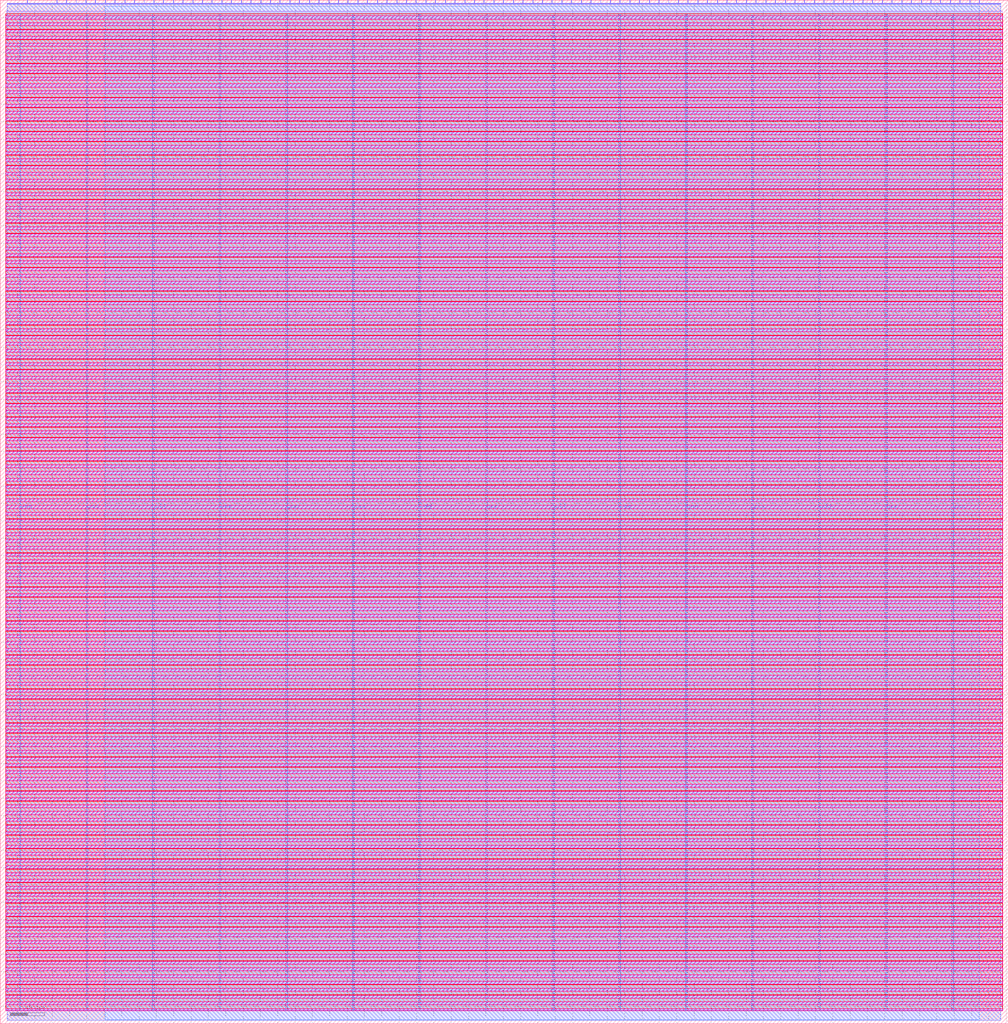
<source format=lef>
VERSION 5.7 ;
  NOWIREEXTENSIONATPIN ON ;
  DIVIDERCHAR "/" ;
  BUSBITCHARS "[]" ;
MACRO user_proj_cpu
  CLASS BLOCK ;
  FOREIGN user_proj_cpu ;
  ORIGIN 0.000 0.000 ;
  SIZE 1162.320 BY 1180.240 ;
  PIN io_in[0]
    DIRECTION INPUT ;
    USE SIGNAL ;
    ANTENNAGATEAREA 0.498500 ;
    ANTENNADIFFAREA 0.410400 ;
    PORT
      LAYER Metal2 ;
        RECT 781.760 1176.240 782.320 1180.240 ;
    END
  END io_in[0]
  PIN io_in[10]
    DIRECTION INPUT ;
    USE SIGNAL ;
    ANTENNAGATEAREA 0.741000 ;
    ANTENNADIFFAREA 0.410400 ;
    PORT
      LAYER Metal2 ;
        RECT 893.760 1176.240 894.320 1180.240 ;
    END
  END io_in[10]
  PIN io_in[11]
    DIRECTION INPUT ;
    USE SIGNAL ;
    ANTENNAGATEAREA 0.741000 ;
    ANTENNADIFFAREA 0.410400 ;
    PORT
      LAYER Metal2 ;
        RECT 904.960 1176.240 905.520 1180.240 ;
    END
  END io_in[11]
  PIN io_in[12]
    DIRECTION INPUT ;
    USE SIGNAL ;
    ANTENNAGATEAREA 0.741000 ;
    ANTENNADIFFAREA 0.410400 ;
    PORT
      LAYER Metal2 ;
        RECT 916.160 1176.240 916.720 1180.240 ;
    END
  END io_in[12]
  PIN io_in[13]
    DIRECTION INPUT ;
    USE SIGNAL ;
    ANTENNAGATEAREA 0.741000 ;
    ANTENNADIFFAREA 0.410400 ;
    PORT
      LAYER Metal2 ;
        RECT 927.360 1176.240 927.920 1180.240 ;
    END
  END io_in[13]
  PIN io_in[14]
    DIRECTION INPUT ;
    USE SIGNAL ;
    ANTENNAGATEAREA 0.741000 ;
    ANTENNADIFFAREA 0.410400 ;
    PORT
      LAYER Metal2 ;
        RECT 938.560 1176.240 939.120 1180.240 ;
    END
  END io_in[14]
  PIN io_in[15]
    DIRECTION INPUT ;
    USE SIGNAL ;
    ANTENNAGATEAREA 0.741000 ;
    ANTENNADIFFAREA 0.410400 ;
    PORT
      LAYER Metal2 ;
        RECT 949.760 1176.240 950.320 1180.240 ;
    END
  END io_in[15]
  PIN io_in[16]
    DIRECTION INPUT ;
    USE SIGNAL ;
    ANTENNAGATEAREA 0.741000 ;
    ANTENNADIFFAREA 0.410400 ;
    PORT
      LAYER Metal2 ;
        RECT 960.960 1176.240 961.520 1180.240 ;
    END
  END io_in[16]
  PIN io_in[17]
    DIRECTION INPUT ;
    USE SIGNAL ;
    ANTENNAGATEAREA 0.741000 ;
    ANTENNADIFFAREA 0.410400 ;
    PORT
      LAYER Metal2 ;
        RECT 972.160 1176.240 972.720 1180.240 ;
    END
  END io_in[17]
  PIN io_in[18]
    DIRECTION INPUT ;
    USE SIGNAL ;
    ANTENNAGATEAREA 0.741000 ;
    ANTENNADIFFAREA 0.410400 ;
    PORT
      LAYER Metal2 ;
        RECT 983.360 1176.240 983.920 1180.240 ;
    END
  END io_in[18]
  PIN io_in[19]
    DIRECTION INPUT ;
    USE SIGNAL ;
    ANTENNAGATEAREA 0.741000 ;
    ANTENNADIFFAREA 0.410400 ;
    PORT
      LAYER Metal2 ;
        RECT 994.560 1176.240 995.120 1180.240 ;
    END
  END io_in[19]
  PIN io_in[1]
    DIRECTION INPUT ;
    USE SIGNAL ;
    ANTENNAGATEAREA 0.726000 ;
    ANTENNADIFFAREA 0.410400 ;
    PORT
      LAYER Metal2 ;
        RECT 792.960 1176.240 793.520 1180.240 ;
    END
  END io_in[1]
  PIN io_in[20]
    DIRECTION INPUT ;
    USE SIGNAL ;
    ANTENNAGATEAREA 0.741000 ;
    ANTENNADIFFAREA 0.410400 ;
    PORT
      LAYER Metal2 ;
        RECT 1005.760 1176.240 1006.320 1180.240 ;
    END
  END io_in[20]
  PIN io_in[21]
    DIRECTION INPUT ;
    USE SIGNAL ;
    ANTENNAGATEAREA 0.741000 ;
    ANTENNADIFFAREA 0.410400 ;
    PORT
      LAYER Metal2 ;
        RECT 1016.960 1176.240 1017.520 1180.240 ;
    END
  END io_in[21]
  PIN io_in[22]
    DIRECTION INPUT ;
    USE SIGNAL ;
    PORT
      LAYER Metal2 ;
        RECT 1028.160 1176.240 1028.720 1180.240 ;
    END
  END io_in[22]
  PIN io_in[23]
    DIRECTION INPUT ;
    USE SIGNAL ;
    PORT
      LAYER Metal2 ;
        RECT 1039.360 1176.240 1039.920 1180.240 ;
    END
  END io_in[23]
  PIN io_in[24]
    DIRECTION INPUT ;
    USE SIGNAL ;
    PORT
      LAYER Metal2 ;
        RECT 1050.560 1176.240 1051.120 1180.240 ;
    END
  END io_in[24]
  PIN io_in[25]
    DIRECTION INPUT ;
    USE SIGNAL ;
    PORT
      LAYER Metal2 ;
        RECT 1061.760 1176.240 1062.320 1180.240 ;
    END
  END io_in[25]
  PIN io_in[26]
    DIRECTION INPUT ;
    USE SIGNAL ;
    PORT
      LAYER Metal2 ;
        RECT 1072.960 1176.240 1073.520 1180.240 ;
    END
  END io_in[26]
  PIN io_in[27]
    DIRECTION INPUT ;
    USE SIGNAL ;
    PORT
      LAYER Metal2 ;
        RECT 1084.160 1176.240 1084.720 1180.240 ;
    END
  END io_in[27]
  PIN io_in[28]
    DIRECTION INPUT ;
    USE SIGNAL ;
    PORT
      LAYER Metal2 ;
        RECT 1095.360 1176.240 1095.920 1180.240 ;
    END
  END io_in[28]
  PIN io_in[29]
    DIRECTION INPUT ;
    USE SIGNAL ;
    PORT
      LAYER Metal2 ;
        RECT 1106.560 1176.240 1107.120 1180.240 ;
    END
  END io_in[29]
  PIN io_in[2]
    DIRECTION INPUT ;
    USE SIGNAL ;
    ANTENNAGATEAREA 1.102000 ;
    ANTENNADIFFAREA 0.410400 ;
    PORT
      LAYER Metal2 ;
        RECT 804.160 1176.240 804.720 1180.240 ;
    END
  END io_in[2]
  PIN io_in[30]
    DIRECTION INPUT ;
    USE SIGNAL ;
    PORT
      LAYER Metal2 ;
        RECT 1117.760 1176.240 1118.320 1180.240 ;
    END
  END io_in[30]
  PIN io_in[31]
    DIRECTION INPUT ;
    USE SIGNAL ;
    PORT
      LAYER Metal2 ;
        RECT 1128.960 1176.240 1129.520 1180.240 ;
    END
  END io_in[31]
  PIN io_in[3]
    DIRECTION INPUT ;
    USE SIGNAL ;
    ANTENNAGATEAREA 0.726000 ;
    ANTENNADIFFAREA 0.410400 ;
    PORT
      LAYER Metal2 ;
        RECT 815.360 1176.240 815.920 1180.240 ;
    END
  END io_in[3]
  PIN io_in[4]
    DIRECTION INPUT ;
    USE SIGNAL ;
    ANTENNAGATEAREA 1.102000 ;
    ANTENNADIFFAREA 0.410400 ;
    PORT
      LAYER Metal2 ;
        RECT 826.560 1176.240 827.120 1180.240 ;
    END
  END io_in[4]
  PIN io_in[5]
    DIRECTION INPUT ;
    USE SIGNAL ;
    ANTENNAGATEAREA 1.102000 ;
    ANTENNADIFFAREA 0.410400 ;
    PORT
      LAYER Metal2 ;
        RECT 837.760 1176.240 838.320 1180.240 ;
    END
  END io_in[5]
  PIN io_in[6]
    DIRECTION INPUT ;
    USE SIGNAL ;
    ANTENNAGATEAREA 1.183000 ;
    ANTENNADIFFAREA 0.410400 ;
    PORT
      LAYER Metal2 ;
        RECT 848.960 1176.240 849.520 1180.240 ;
    END
  END io_in[6]
  PIN io_in[7]
    DIRECTION INPUT ;
    USE SIGNAL ;
    ANTENNAGATEAREA 0.726000 ;
    ANTENNADIFFAREA 0.410400 ;
    PORT
      LAYER Metal2 ;
        RECT 860.160 1176.240 860.720 1180.240 ;
    END
  END io_in[7]
  PIN io_in[8]
    DIRECTION INPUT ;
    USE SIGNAL ;
    ANTENNAGATEAREA 1.102000 ;
    ANTENNADIFFAREA 0.410400 ;
    PORT
      LAYER Metal2 ;
        RECT 871.360 1176.240 871.920 1180.240 ;
    END
  END io_in[8]
  PIN io_in[9]
    DIRECTION INPUT ;
    USE SIGNAL ;
    ANTENNAGATEAREA 1.183000 ;
    ANTENNADIFFAREA 0.410400 ;
    PORT
      LAYER Metal2 ;
        RECT 882.560 1176.240 883.120 1180.240 ;
    END
  END io_in[9]
  PIN io_oeb[0]
    DIRECTION OUTPUT TRISTATE ;
    USE SIGNAL ;
    ANTENNADIFFAREA 0.536800 ;
    PORT
      LAYER Metal2 ;
        RECT 423.360 1176.240 423.920 1180.240 ;
    END
  END io_oeb[0]
  PIN io_oeb[10]
    DIRECTION OUTPUT TRISTATE ;
    USE SIGNAL ;
    ANTENNADIFFAREA 4.731200 ;
    PORT
      LAYER Metal2 ;
        RECT 535.360 1176.240 535.920 1180.240 ;
    END
  END io_oeb[10]
  PIN io_oeb[11]
    DIRECTION OUTPUT TRISTATE ;
    USE SIGNAL ;
    ANTENNADIFFAREA 4.731200 ;
    PORT
      LAYER Metal2 ;
        RECT 546.560 1176.240 547.120 1180.240 ;
    END
  END io_oeb[11]
  PIN io_oeb[12]
    DIRECTION OUTPUT TRISTATE ;
    USE SIGNAL ;
    ANTENNADIFFAREA 4.731200 ;
    PORT
      LAYER Metal2 ;
        RECT 557.760 1176.240 558.320 1180.240 ;
    END
  END io_oeb[12]
  PIN io_oeb[13]
    DIRECTION OUTPUT TRISTATE ;
    USE SIGNAL ;
    ANTENNADIFFAREA 4.731200 ;
    PORT
      LAYER Metal2 ;
        RECT 568.960 1176.240 569.520 1180.240 ;
    END
  END io_oeb[13]
  PIN io_oeb[14]
    DIRECTION OUTPUT TRISTATE ;
    USE SIGNAL ;
    ANTENNADIFFAREA 4.731200 ;
    PORT
      LAYER Metal2 ;
        RECT 580.160 1176.240 580.720 1180.240 ;
    END
  END io_oeb[14]
  PIN io_oeb[15]
    DIRECTION OUTPUT TRISTATE ;
    USE SIGNAL ;
    ANTENNADIFFAREA 4.731200 ;
    PORT
      LAYER Metal2 ;
        RECT 591.360 1176.240 591.920 1180.240 ;
    END
  END io_oeb[15]
  PIN io_oeb[16]
    DIRECTION OUTPUT TRISTATE ;
    USE SIGNAL ;
    ANTENNADIFFAREA 4.731200 ;
    PORT
      LAYER Metal2 ;
        RECT 602.560 1176.240 603.120 1180.240 ;
    END
  END io_oeb[16]
  PIN io_oeb[17]
    DIRECTION OUTPUT TRISTATE ;
    USE SIGNAL ;
    ANTENNADIFFAREA 4.731200 ;
    PORT
      LAYER Metal2 ;
        RECT 613.760 1176.240 614.320 1180.240 ;
    END
  END io_oeb[17]
  PIN io_oeb[18]
    DIRECTION OUTPUT TRISTATE ;
    USE SIGNAL ;
    ANTENNADIFFAREA 4.731200 ;
    PORT
      LAYER Metal2 ;
        RECT 624.960 1176.240 625.520 1180.240 ;
    END
  END io_oeb[18]
  PIN io_oeb[19]
    DIRECTION OUTPUT TRISTATE ;
    USE SIGNAL ;
    ANTENNADIFFAREA 4.731200 ;
    PORT
      LAYER Metal2 ;
        RECT 636.160 1176.240 636.720 1180.240 ;
    END
  END io_oeb[19]
  PIN io_oeb[1]
    DIRECTION OUTPUT TRISTATE ;
    USE SIGNAL ;
    ANTENNADIFFAREA 0.536800 ;
    PORT
      LAYER Metal2 ;
        RECT 434.560 1176.240 435.120 1180.240 ;
    END
  END io_oeb[1]
  PIN io_oeb[20]
    DIRECTION OUTPUT TRISTATE ;
    USE SIGNAL ;
    ANTENNADIFFAREA 4.731200 ;
    PORT
      LAYER Metal2 ;
        RECT 647.360 1176.240 647.920 1180.240 ;
    END
  END io_oeb[20]
  PIN io_oeb[21]
    DIRECTION OUTPUT TRISTATE ;
    USE SIGNAL ;
    ANTENNADIFFAREA 4.731200 ;
    PORT
      LAYER Metal2 ;
        RECT 658.560 1176.240 659.120 1180.240 ;
    END
  END io_oeb[21]
  PIN io_oeb[22]
    DIRECTION OUTPUT TRISTATE ;
    USE SIGNAL ;
    ANTENNADIFFAREA 0.360800 ;
    PORT
      LAYER Metal2 ;
        RECT 669.760 1176.240 670.320 1180.240 ;
    END
  END io_oeb[22]
  PIN io_oeb[23]
    DIRECTION OUTPUT TRISTATE ;
    USE SIGNAL ;
    ANTENNADIFFAREA 0.360800 ;
    PORT
      LAYER Metal2 ;
        RECT 680.960 1176.240 681.520 1180.240 ;
    END
  END io_oeb[23]
  PIN io_oeb[24]
    DIRECTION OUTPUT TRISTATE ;
    USE SIGNAL ;
    ANTENNADIFFAREA 0.360800 ;
    PORT
      LAYER Metal2 ;
        RECT 692.160 1176.240 692.720 1180.240 ;
    END
  END io_oeb[24]
  PIN io_oeb[25]
    DIRECTION OUTPUT TRISTATE ;
    USE SIGNAL ;
    ANTENNADIFFAREA 0.360800 ;
    PORT
      LAYER Metal2 ;
        RECT 703.360 1176.240 703.920 1180.240 ;
    END
  END io_oeb[25]
  PIN io_oeb[26]
    DIRECTION OUTPUT TRISTATE ;
    USE SIGNAL ;
    ANTENNADIFFAREA 0.360800 ;
    PORT
      LAYER Metal2 ;
        RECT 714.560 1176.240 715.120 1180.240 ;
    END
  END io_oeb[26]
  PIN io_oeb[27]
    DIRECTION OUTPUT TRISTATE ;
    USE SIGNAL ;
    ANTENNADIFFAREA 0.360800 ;
    PORT
      LAYER Metal2 ;
        RECT 725.760 1176.240 726.320 1180.240 ;
    END
  END io_oeb[27]
  PIN io_oeb[28]
    DIRECTION OUTPUT TRISTATE ;
    USE SIGNAL ;
    ANTENNADIFFAREA 0.360800 ;
    PORT
      LAYER Metal2 ;
        RECT 736.960 1176.240 737.520 1180.240 ;
    END
  END io_oeb[28]
  PIN io_oeb[29]
    DIRECTION OUTPUT TRISTATE ;
    USE SIGNAL ;
    ANTENNADIFFAREA 0.360800 ;
    PORT
      LAYER Metal2 ;
        RECT 748.160 1176.240 748.720 1180.240 ;
    END
  END io_oeb[29]
  PIN io_oeb[2]
    DIRECTION OUTPUT TRISTATE ;
    USE SIGNAL ;
    ANTENNADIFFAREA 0.536800 ;
    PORT
      LAYER Metal2 ;
        RECT 445.760 1176.240 446.320 1180.240 ;
    END
  END io_oeb[2]
  PIN io_oeb[30]
    DIRECTION OUTPUT TRISTATE ;
    USE SIGNAL ;
    ANTENNADIFFAREA 0.360800 ;
    PORT
      LAYER Metal2 ;
        RECT 759.360 1176.240 759.920 1180.240 ;
    END
  END io_oeb[30]
  PIN io_oeb[31]
    DIRECTION OUTPUT TRISTATE ;
    USE SIGNAL ;
    ANTENNADIFFAREA 0.360800 ;
    PORT
      LAYER Metal2 ;
        RECT 770.560 1176.240 771.120 1180.240 ;
    END
  END io_oeb[31]
  PIN io_oeb[3]
    DIRECTION OUTPUT TRISTATE ;
    USE SIGNAL ;
    ANTENNADIFFAREA 0.536800 ;
    PORT
      LAYER Metal2 ;
        RECT 456.960 1176.240 457.520 1180.240 ;
    END
  END io_oeb[3]
  PIN io_oeb[4]
    DIRECTION OUTPUT TRISTATE ;
    USE SIGNAL ;
    ANTENNADIFFAREA 0.536800 ;
    PORT
      LAYER Metal2 ;
        RECT 468.160 1176.240 468.720 1180.240 ;
    END
  END io_oeb[4]
  PIN io_oeb[5]
    DIRECTION OUTPUT TRISTATE ;
    USE SIGNAL ;
    ANTENNADIFFAREA 0.536800 ;
    PORT
      LAYER Metal2 ;
        RECT 479.360 1176.240 479.920 1180.240 ;
    END
  END io_oeb[5]
  PIN io_oeb[6]
    DIRECTION OUTPUT TRISTATE ;
    USE SIGNAL ;
    ANTENNADIFFAREA 0.536800 ;
    PORT
      LAYER Metal2 ;
        RECT 490.560 1176.240 491.120 1180.240 ;
    END
  END io_oeb[6]
  PIN io_oeb[7]
    DIRECTION OUTPUT TRISTATE ;
    USE SIGNAL ;
    ANTENNADIFFAREA 0.536800 ;
    PORT
      LAYER Metal2 ;
        RECT 501.760 1176.240 502.320 1180.240 ;
    END
  END io_oeb[7]
  PIN io_oeb[8]
    DIRECTION OUTPUT TRISTATE ;
    USE SIGNAL ;
    ANTENNADIFFAREA 0.536800 ;
    PORT
      LAYER Metal2 ;
        RECT 512.960 1176.240 513.520 1180.240 ;
    END
  END io_oeb[8]
  PIN io_oeb[9]
    DIRECTION OUTPUT TRISTATE ;
    USE SIGNAL ;
    ANTENNADIFFAREA 0.536800 ;
    PORT
      LAYER Metal2 ;
        RECT 524.160 1176.240 524.720 1180.240 ;
    END
  END io_oeb[9]
  PIN io_out[0]
    DIRECTION OUTPUT TRISTATE ;
    USE SIGNAL ;
    ANTENNADIFFAREA 0.360800 ;
    PORT
      LAYER Metal2 ;
        RECT 64.960 1176.240 65.520 1180.240 ;
    END
  END io_out[0]
  PIN io_out[10]
    DIRECTION OUTPUT TRISTATE ;
    USE SIGNAL ;
    ANTENNADIFFAREA 4.731200 ;
    PORT
      LAYER Metal2 ;
        RECT 176.960 1176.240 177.520 1180.240 ;
    END
  END io_out[10]
  PIN io_out[11]
    DIRECTION OUTPUT TRISTATE ;
    USE SIGNAL ;
    ANTENNADIFFAREA 4.731200 ;
    PORT
      LAYER Metal2 ;
        RECT 188.160 1176.240 188.720 1180.240 ;
    END
  END io_out[11]
  PIN io_out[12]
    DIRECTION OUTPUT TRISTATE ;
    USE SIGNAL ;
    ANTENNADIFFAREA 4.731200 ;
    PORT
      LAYER Metal2 ;
        RECT 199.360 1176.240 199.920 1180.240 ;
    END
  END io_out[12]
  PIN io_out[13]
    DIRECTION OUTPUT TRISTATE ;
    USE SIGNAL ;
    ANTENNADIFFAREA 4.731200 ;
    PORT
      LAYER Metal2 ;
        RECT 210.560 1176.240 211.120 1180.240 ;
    END
  END io_out[13]
  PIN io_out[14]
    DIRECTION OUTPUT TRISTATE ;
    USE SIGNAL ;
    ANTENNADIFFAREA 4.731200 ;
    PORT
      LAYER Metal2 ;
        RECT 221.760 1176.240 222.320 1180.240 ;
    END
  END io_out[14]
  PIN io_out[15]
    DIRECTION OUTPUT TRISTATE ;
    USE SIGNAL ;
    ANTENNADIFFAREA 4.731200 ;
    PORT
      LAYER Metal2 ;
        RECT 232.960 1176.240 233.520 1180.240 ;
    END
  END io_out[15]
  PIN io_out[16]
    DIRECTION OUTPUT TRISTATE ;
    USE SIGNAL ;
    ANTENNADIFFAREA 4.731200 ;
    PORT
      LAYER Metal2 ;
        RECT 244.160 1176.240 244.720 1180.240 ;
    END
  END io_out[16]
  PIN io_out[17]
    DIRECTION OUTPUT TRISTATE ;
    USE SIGNAL ;
    ANTENNADIFFAREA 4.731200 ;
    PORT
      LAYER Metal2 ;
        RECT 255.360 1176.240 255.920 1180.240 ;
    END
  END io_out[17]
  PIN io_out[18]
    DIRECTION OUTPUT TRISTATE ;
    USE SIGNAL ;
    ANTENNADIFFAREA 4.731200 ;
    PORT
      LAYER Metal2 ;
        RECT 266.560 1176.240 267.120 1180.240 ;
    END
  END io_out[18]
  PIN io_out[19]
    DIRECTION OUTPUT TRISTATE ;
    USE SIGNAL ;
    ANTENNADIFFAREA 4.731200 ;
    PORT
      LAYER Metal2 ;
        RECT 277.760 1176.240 278.320 1180.240 ;
    END
  END io_out[19]
  PIN io_out[1]
    DIRECTION OUTPUT TRISTATE ;
    USE SIGNAL ;
    ANTENNADIFFAREA 0.360800 ;
    PORT
      LAYER Metal2 ;
        RECT 76.160 1176.240 76.720 1180.240 ;
    END
  END io_out[1]
  PIN io_out[20]
    DIRECTION OUTPUT TRISTATE ;
    USE SIGNAL ;
    ANTENNADIFFAREA 4.731200 ;
    PORT
      LAYER Metal2 ;
        RECT 288.960 1176.240 289.520 1180.240 ;
    END
  END io_out[20]
  PIN io_out[21]
    DIRECTION OUTPUT TRISTATE ;
    USE SIGNAL ;
    ANTENNADIFFAREA 4.731200 ;
    PORT
      LAYER Metal2 ;
        RECT 300.160 1176.240 300.720 1180.240 ;
    END
  END io_out[21]
  PIN io_out[22]
    DIRECTION OUTPUT TRISTATE ;
    USE SIGNAL ;
    ANTENNADIFFAREA 4.731200 ;
    PORT
      LAYER Metal2 ;
        RECT 311.360 1176.240 311.920 1180.240 ;
    END
  END io_out[22]
  PIN io_out[23]
    DIRECTION OUTPUT TRISTATE ;
    USE SIGNAL ;
    ANTENNADIFFAREA 4.731200 ;
    PORT
      LAYER Metal2 ;
        RECT 322.560 1176.240 323.120 1180.240 ;
    END
  END io_out[23]
  PIN io_out[24]
    DIRECTION OUTPUT TRISTATE ;
    USE SIGNAL ;
    ANTENNADIFFAREA 4.731200 ;
    PORT
      LAYER Metal2 ;
        RECT 333.760 1176.240 334.320 1180.240 ;
    END
  END io_out[24]
  PIN io_out[25]
    DIRECTION OUTPUT TRISTATE ;
    USE SIGNAL ;
    ANTENNADIFFAREA 4.731200 ;
    PORT
      LAYER Metal2 ;
        RECT 344.960 1176.240 345.520 1180.240 ;
    END
  END io_out[25]
  PIN io_out[26]
    DIRECTION OUTPUT TRISTATE ;
    USE SIGNAL ;
    ANTENNADIFFAREA 4.731200 ;
    PORT
      LAYER Metal2 ;
        RECT 356.160 1176.240 356.720 1180.240 ;
    END
  END io_out[26]
  PIN io_out[27]
    DIRECTION OUTPUT TRISTATE ;
    USE SIGNAL ;
    ANTENNADIFFAREA 4.731200 ;
    PORT
      LAYER Metal2 ;
        RECT 367.360 1176.240 367.920 1180.240 ;
    END
  END io_out[27]
  PIN io_out[28]
    DIRECTION OUTPUT TRISTATE ;
    USE SIGNAL ;
    ANTENNADIFFAREA 4.731200 ;
    PORT
      LAYER Metal2 ;
        RECT 378.560 1176.240 379.120 1180.240 ;
    END
  END io_out[28]
  PIN io_out[29]
    DIRECTION OUTPUT TRISTATE ;
    USE SIGNAL ;
    ANTENNADIFFAREA 4.731200 ;
    PORT
      LAYER Metal2 ;
        RECT 389.760 1176.240 390.320 1180.240 ;
    END
  END io_out[29]
  PIN io_out[2]
    DIRECTION OUTPUT TRISTATE ;
    USE SIGNAL ;
    ANTENNADIFFAREA 0.360800 ;
    PORT
      LAYER Metal2 ;
        RECT 87.360 1176.240 87.920 1180.240 ;
    END
  END io_out[2]
  PIN io_out[30]
    DIRECTION OUTPUT TRISTATE ;
    USE SIGNAL ;
    ANTENNADIFFAREA 4.731200 ;
    PORT
      LAYER Metal2 ;
        RECT 400.960 1176.240 401.520 1180.240 ;
    END
  END io_out[30]
  PIN io_out[31]
    DIRECTION OUTPUT TRISTATE ;
    USE SIGNAL ;
    ANTENNADIFFAREA 4.731200 ;
    PORT
      LAYER Metal2 ;
        RECT 412.160 1176.240 412.720 1180.240 ;
    END
  END io_out[31]
  PIN io_out[3]
    DIRECTION OUTPUT TRISTATE ;
    USE SIGNAL ;
    ANTENNADIFFAREA 0.360800 ;
    PORT
      LAYER Metal2 ;
        RECT 98.560 1176.240 99.120 1180.240 ;
    END
  END io_out[3]
  PIN io_out[4]
    DIRECTION OUTPUT TRISTATE ;
    USE SIGNAL ;
    ANTENNADIFFAREA 0.360800 ;
    PORT
      LAYER Metal2 ;
        RECT 109.760 1176.240 110.320 1180.240 ;
    END
  END io_out[4]
  PIN io_out[5]
    DIRECTION OUTPUT TRISTATE ;
    USE SIGNAL ;
    ANTENNADIFFAREA 0.360800 ;
    PORT
      LAYER Metal2 ;
        RECT 120.960 1176.240 121.520 1180.240 ;
    END
  END io_out[5]
  PIN io_out[6]
    DIRECTION OUTPUT TRISTATE ;
    USE SIGNAL ;
    ANTENNADIFFAREA 0.360800 ;
    PORT
      LAYER Metal2 ;
        RECT 132.160 1176.240 132.720 1180.240 ;
    END
  END io_out[6]
  PIN io_out[7]
    DIRECTION OUTPUT TRISTATE ;
    USE SIGNAL ;
    ANTENNADIFFAREA 0.360800 ;
    PORT
      LAYER Metal2 ;
        RECT 143.360 1176.240 143.920 1180.240 ;
    END
  END io_out[7]
  PIN io_out[8]
    DIRECTION OUTPUT TRISTATE ;
    USE SIGNAL ;
    ANTENNADIFFAREA 0.360800 ;
    PORT
      LAYER Metal2 ;
        RECT 154.560 1176.240 155.120 1180.240 ;
    END
  END io_out[8]
  PIN io_out[9]
    DIRECTION OUTPUT TRISTATE ;
    USE SIGNAL ;
    ANTENNADIFFAREA 0.360800 ;
    PORT
      LAYER Metal2 ;
        RECT 165.760 1176.240 166.320 1180.240 ;
    END
  END io_out[9]
  PIN vdd
    DIRECTION INOUT ;
    USE POWER ;
    PORT
      LAYER Metal4 ;
        RECT 22.240 15.380 23.840 1164.540 ;
    END
    PORT
      LAYER Metal4 ;
        RECT 175.840 15.380 177.440 1164.540 ;
    END
    PORT
      LAYER Metal4 ;
        RECT 329.440 15.380 331.040 1164.540 ;
    END
    PORT
      LAYER Metal4 ;
        RECT 483.040 15.380 484.640 1164.540 ;
    END
    PORT
      LAYER Metal4 ;
        RECT 636.640 15.380 638.240 1164.540 ;
    END
    PORT
      LAYER Metal4 ;
        RECT 790.240 15.380 791.840 1164.540 ;
    END
    PORT
      LAYER Metal4 ;
        RECT 943.840 15.380 945.440 1164.540 ;
    END
    PORT
      LAYER Metal4 ;
        RECT 1097.440 15.380 1099.040 1164.540 ;
    END
  END vdd
  PIN vss
    DIRECTION INOUT ;
    USE GROUND ;
    PORT
      LAYER Metal4 ;
        RECT 99.040 15.380 100.640 1164.540 ;
    END
    PORT
      LAYER Metal4 ;
        RECT 252.640 15.380 254.240 1164.540 ;
    END
    PORT
      LAYER Metal4 ;
        RECT 406.240 15.380 407.840 1164.540 ;
    END
    PORT
      LAYER Metal4 ;
        RECT 559.840 15.380 561.440 1164.540 ;
    END
    PORT
      LAYER Metal4 ;
        RECT 713.440 15.380 715.040 1164.540 ;
    END
    PORT
      LAYER Metal4 ;
        RECT 867.040 15.380 868.640 1164.540 ;
    END
    PORT
      LAYER Metal4 ;
        RECT 1020.640 15.380 1022.240 1164.540 ;
    END
  END vss
  PIN wb_clk_i
    DIRECTION INPUT ;
    USE SIGNAL ;
    ANTENNAGATEAREA 4.738000 ;
    ANTENNADIFFAREA 0.410400 ;
    PORT
      LAYER Metal2 ;
        RECT 31.360 1176.240 31.920 1180.240 ;
    END
  END wb_clk_i
  OBS
      LAYER Nwell ;
        RECT 6.290 1162.205 1155.710 1164.670 ;
        RECT 6.290 1162.080 718.305 1162.205 ;
      LAYER Pwell ;
        RECT 6.290 1158.560 1155.710 1162.080 ;
      LAYER Nwell ;
        RECT 6.290 1158.435 96.705 1158.560 ;
        RECT 6.290 1154.365 1155.710 1158.435 ;
        RECT 6.290 1154.240 202.545 1154.365 ;
      LAYER Pwell ;
        RECT 6.290 1150.720 1155.710 1154.240 ;
      LAYER Nwell ;
        RECT 6.290 1150.595 223.265 1150.720 ;
        RECT 6.290 1146.525 1155.710 1150.595 ;
        RECT 6.290 1146.400 87.745 1146.525 ;
      LAYER Pwell ;
        RECT 6.290 1142.880 1155.710 1146.400 ;
      LAYER Nwell ;
        RECT 6.290 1142.755 342.760 1142.880 ;
        RECT 6.290 1138.685 1155.710 1142.755 ;
        RECT 6.290 1138.560 116.305 1138.685 ;
      LAYER Pwell ;
        RECT 6.290 1135.040 1155.710 1138.560 ;
      LAYER Nwell ;
        RECT 6.290 1134.915 137.025 1135.040 ;
        RECT 6.290 1130.845 1155.710 1134.915 ;
        RECT 6.290 1130.720 86.065 1130.845 ;
      LAYER Pwell ;
        RECT 6.290 1127.200 1155.710 1130.720 ;
      LAYER Nwell ;
        RECT 6.290 1127.075 68.145 1127.200 ;
        RECT 6.290 1123.005 1155.710 1127.075 ;
        RECT 6.290 1122.880 110.705 1123.005 ;
      LAYER Pwell ;
        RECT 6.290 1119.360 1155.710 1122.880 ;
      LAYER Nwell ;
        RECT 6.290 1119.235 141.505 1119.360 ;
        RECT 6.290 1115.165 1155.710 1119.235 ;
        RECT 6.290 1115.040 171.745 1115.165 ;
      LAYER Pwell ;
        RECT 6.290 1111.520 1155.710 1115.040 ;
      LAYER Nwell ;
        RECT 6.290 1111.395 69.825 1111.520 ;
        RECT 6.290 1107.335 1155.710 1111.395 ;
        RECT 6.290 1107.325 399.360 1107.335 ;
        RECT 6.290 1107.200 115.960 1107.325 ;
      LAYER Pwell ;
        RECT 6.290 1103.680 1155.710 1107.200 ;
      LAYER Nwell ;
        RECT 6.290 1103.555 217.105 1103.680 ;
        RECT 6.290 1103.545 462.080 1103.555 ;
        RECT 6.290 1099.485 1155.710 1103.545 ;
        RECT 6.290 1099.360 132.545 1099.485 ;
      LAYER Pwell ;
        RECT 6.290 1095.840 1155.710 1099.360 ;
      LAYER Nwell ;
        RECT 6.290 1095.715 177.345 1095.840 ;
        RECT 6.290 1095.705 418.400 1095.715 ;
        RECT 6.290 1091.655 1155.710 1095.705 ;
        RECT 6.290 1091.645 446.960 1091.655 ;
        RECT 6.290 1091.520 78.225 1091.645 ;
      LAYER Pwell ;
        RECT 6.290 1088.000 1155.710 1091.520 ;
      LAYER Nwell ;
        RECT 6.290 1087.875 60.305 1088.000 ;
        RECT 6.290 1087.865 420.640 1087.875 ;
        RECT 6.290 1083.815 1155.710 1087.865 ;
        RECT 6.290 1083.805 394.320 1083.815 ;
        RECT 6.290 1083.680 177.000 1083.805 ;
      LAYER Pwell ;
        RECT 6.290 1080.160 1155.710 1083.680 ;
      LAYER Nwell ;
        RECT 6.290 1080.035 146.200 1080.160 ;
        RECT 6.290 1080.025 452.000 1080.035 ;
        RECT 6.290 1075.975 1155.710 1080.025 ;
        RECT 6.290 1075.965 436.320 1075.975 ;
        RECT 6.290 1075.840 87.185 1075.965 ;
      LAYER Pwell ;
        RECT 6.290 1072.320 1155.710 1075.840 ;
      LAYER Nwell ;
        RECT 6.290 1072.195 68.145 1072.320 ;
        RECT 6.290 1072.185 384.240 1072.195 ;
        RECT 6.290 1068.125 1155.710 1072.185 ;
        RECT 6.290 1068.000 126.385 1068.125 ;
      LAYER Pwell ;
        RECT 6.290 1064.480 1155.710 1068.000 ;
      LAYER Nwell ;
        RECT 6.290 1064.355 148.225 1064.480 ;
        RECT 6.290 1060.295 1155.710 1064.355 ;
        RECT 6.290 1060.285 389.840 1060.295 ;
        RECT 6.290 1060.160 189.105 1060.285 ;
      LAYER Pwell ;
        RECT 6.290 1056.640 1155.710 1060.160 ;
      LAYER Nwell ;
        RECT 6.290 1056.515 67.240 1056.640 ;
        RECT 6.290 1056.505 409.440 1056.515 ;
        RECT 6.290 1052.445 1155.710 1056.505 ;
        RECT 6.290 1052.320 81.025 1052.445 ;
      LAYER Pwell ;
        RECT 6.290 1048.800 1155.710 1052.320 ;
      LAYER Nwell ;
        RECT 6.290 1048.675 146.760 1048.800 ;
        RECT 6.290 1048.665 389.280 1048.675 ;
        RECT 6.290 1044.605 1155.710 1048.665 ;
        RECT 6.290 1044.480 203.105 1044.605 ;
      LAYER Pwell ;
        RECT 6.290 1040.960 1155.710 1044.480 ;
      LAYER Nwell ;
        RECT 6.290 1040.835 70.945 1040.960 ;
        RECT 6.290 1040.825 384.800 1040.835 ;
        RECT 6.290 1036.765 1155.710 1040.825 ;
        RECT 6.290 1036.640 91.105 1036.765 ;
      LAYER Pwell ;
        RECT 6.290 1033.120 1155.710 1036.640 ;
      LAYER Nwell ;
        RECT 6.290 1032.995 137.025 1033.120 ;
        RECT 6.290 1028.925 1155.710 1032.995 ;
        RECT 6.290 1028.800 256.010 1028.925 ;
      LAYER Pwell ;
        RECT 6.290 1025.280 1155.710 1028.800 ;
      LAYER Nwell ;
        RECT 6.290 1025.155 419.265 1025.280 ;
        RECT 6.290 1021.085 1155.710 1025.155 ;
        RECT 6.290 1020.960 83.825 1021.085 ;
      LAYER Pwell ;
        RECT 6.290 1017.440 1155.710 1020.960 ;
      LAYER Nwell ;
        RECT 6.290 1017.315 64.225 1017.440 ;
        RECT 6.290 1013.245 1155.710 1017.315 ;
        RECT 6.290 1013.120 236.705 1013.245 ;
      LAYER Pwell ;
        RECT 6.290 1009.600 1155.710 1013.120 ;
      LAYER Nwell ;
        RECT 6.290 1009.475 61.080 1009.600 ;
        RECT 6.290 1005.405 1155.710 1009.475 ;
        RECT 6.290 1005.280 114.065 1005.405 ;
      LAYER Pwell ;
        RECT 6.290 1001.760 1155.710 1005.280 ;
      LAYER Nwell ;
        RECT 6.290 1001.635 73.185 1001.760 ;
        RECT 6.290 997.565 1155.710 1001.635 ;
        RECT 6.290 997.440 333.800 997.565 ;
      LAYER Pwell ;
        RECT 6.290 993.920 1155.710 997.440 ;
      LAYER Nwell ;
        RECT 6.290 993.795 73.745 993.920 ;
        RECT 6.290 989.725 1155.710 993.795 ;
        RECT 6.290 989.600 239.505 989.725 ;
      LAYER Pwell ;
        RECT 6.290 986.080 1155.710 989.600 ;
      LAYER Nwell ;
        RECT 6.290 985.955 140.040 986.080 ;
        RECT 6.290 981.885 1155.710 985.955 ;
        RECT 6.290 981.760 82.360 981.885 ;
      LAYER Pwell ;
        RECT 6.290 978.240 1155.710 981.760 ;
      LAYER Nwell ;
        RECT 6.290 978.115 269.745 978.240 ;
        RECT 6.290 974.045 1155.710 978.115 ;
        RECT 6.290 973.920 463.505 974.045 ;
      LAYER Pwell ;
        RECT 6.290 970.400 1155.710 973.920 ;
      LAYER Nwell ;
        RECT 6.290 970.275 99.505 970.400 ;
        RECT 6.290 966.205 1155.710 970.275 ;
        RECT 6.290 966.080 120.225 966.205 ;
      LAYER Pwell ;
        RECT 6.290 962.560 1155.710 966.080 ;
      LAYER Nwell ;
        RECT 6.290 962.435 143.745 962.560 ;
        RECT 6.290 958.365 1155.710 962.435 ;
        RECT 6.290 958.240 235.585 958.365 ;
      LAYER Pwell ;
        RECT 6.290 954.720 1155.710 958.240 ;
      LAYER Nwell ;
        RECT 6.290 954.595 216.545 954.720 ;
        RECT 6.290 950.525 1155.710 954.595 ;
        RECT 6.290 950.400 119.105 950.525 ;
      LAYER Pwell ;
        RECT 6.290 946.880 1155.710 950.400 ;
      LAYER Nwell ;
        RECT 6.290 946.755 101.185 946.880 ;
        RECT 6.290 942.685 1155.710 946.755 ;
        RECT 6.290 942.560 249.025 942.685 ;
      LAYER Pwell ;
        RECT 6.290 939.040 1155.710 942.560 ;
      LAYER Nwell ;
        RECT 6.290 938.915 287.105 939.040 ;
        RECT 6.290 934.845 1155.710 938.915 ;
        RECT 6.290 934.720 114.625 934.845 ;
      LAYER Pwell ;
        RECT 6.290 931.200 1155.710 934.720 ;
      LAYER Nwell ;
        RECT 6.290 931.075 218.785 931.200 ;
        RECT 6.290 927.005 1155.710 931.075 ;
        RECT 6.290 926.880 241.960 927.005 ;
      LAYER Pwell ;
        RECT 6.290 923.360 1155.710 926.880 ;
      LAYER Nwell ;
        RECT 6.290 923.235 257.640 923.360 ;
        RECT 6.290 919.165 1155.710 923.235 ;
        RECT 6.290 919.040 193.585 919.165 ;
      LAYER Pwell ;
        RECT 6.290 915.520 1155.710 919.040 ;
      LAYER Nwell ;
        RECT 6.290 915.395 296.625 915.520 ;
        RECT 6.290 911.325 1155.710 915.395 ;
        RECT 6.290 911.200 210.945 911.325 ;
      LAYER Pwell ;
        RECT 6.290 907.680 1155.710 911.200 ;
      LAYER Nwell ;
        RECT 6.290 907.555 370.125 907.680 ;
        RECT 6.290 903.485 1155.710 907.555 ;
        RECT 6.290 903.360 189.105 903.485 ;
      LAYER Pwell ;
        RECT 6.290 899.840 1155.710 903.360 ;
      LAYER Nwell ;
        RECT 6.290 899.715 261.905 899.840 ;
        RECT 6.290 895.645 1155.710 899.715 ;
        RECT 6.290 895.520 369.565 895.645 ;
      LAYER Pwell ;
        RECT 6.290 892.000 1155.710 895.520 ;
      LAYER Nwell ;
        RECT 6.290 891.875 210.945 892.000 ;
        RECT 6.290 887.805 1155.710 891.875 ;
        RECT 6.290 887.680 195.265 887.805 ;
      LAYER Pwell ;
        RECT 6.290 884.160 1155.710 887.680 ;
      LAYER Nwell ;
        RECT 6.290 884.035 180.360 884.160 ;
        RECT 6.290 879.965 1155.710 884.035 ;
        RECT 6.290 879.840 319.585 879.965 ;
      LAYER Pwell ;
        RECT 6.290 876.320 1155.710 879.840 ;
      LAYER Nwell ;
        RECT 6.290 876.195 226.280 876.320 ;
        RECT 6.290 872.125 1155.710 876.195 ;
        RECT 6.290 872.000 243.080 872.125 ;
      LAYER Pwell ;
        RECT 6.290 868.480 1155.710 872.000 ;
      LAYER Nwell ;
        RECT 6.290 868.355 177.345 868.480 ;
        RECT 6.290 864.285 1155.710 868.355 ;
        RECT 6.290 864.160 199.745 864.285 ;
      LAYER Pwell ;
        RECT 6.290 860.640 1155.710 864.160 ;
      LAYER Nwell ;
        RECT 6.290 860.515 176.225 860.640 ;
        RECT 6.290 856.445 1155.710 860.515 ;
        RECT 6.290 856.320 241.745 856.445 ;
      LAYER Pwell ;
        RECT 6.290 852.800 1155.710 856.320 ;
      LAYER Nwell ;
        RECT 6.290 852.675 228.520 852.800 ;
        RECT 6.290 848.605 1155.710 852.675 ;
        RECT 6.290 848.480 276.465 848.605 ;
      LAYER Pwell ;
        RECT 6.290 844.960 1155.710 848.480 ;
      LAYER Nwell ;
        RECT 6.290 844.835 178.465 844.960 ;
        RECT 6.290 840.765 1155.710 844.835 ;
        RECT 6.290 840.640 168.600 840.765 ;
      LAYER Pwell ;
        RECT 6.290 837.120 1155.710 840.640 ;
      LAYER Nwell ;
        RECT 6.290 836.995 235.800 837.120 ;
        RECT 6.290 832.925 1155.710 836.995 ;
        RECT 6.290 832.800 199.185 832.925 ;
      LAYER Pwell ;
        RECT 6.290 829.280 1155.710 832.800 ;
      LAYER Nwell ;
        RECT 6.290 829.155 218.225 829.280 ;
        RECT 6.290 825.085 1155.710 829.155 ;
        RECT 6.290 824.960 201.005 825.085 ;
      LAYER Pwell ;
        RECT 6.290 821.440 1155.710 824.960 ;
      LAYER Nwell ;
        RECT 6.290 821.315 152.145 821.440 ;
        RECT 6.290 817.245 1155.710 821.315 ;
        RECT 6.290 817.120 255.400 817.245 ;
      LAYER Pwell ;
        RECT 6.290 813.600 1155.710 817.120 ;
      LAYER Nwell ;
        RECT 6.290 813.475 193.725 813.600 ;
        RECT 6.290 809.405 1155.710 813.475 ;
        RECT 6.290 809.280 201.005 809.405 ;
      LAYER Pwell ;
        RECT 6.290 805.760 1155.710 809.280 ;
      LAYER Nwell ;
        RECT 6.290 805.635 98.945 805.760 ;
        RECT 6.290 801.565 1155.710 805.635 ;
        RECT 6.290 801.440 523.640 801.565 ;
      LAYER Pwell ;
        RECT 6.290 797.920 1155.710 801.440 ;
      LAYER Nwell ;
        RECT 6.290 797.795 218.415 797.920 ;
        RECT 6.290 793.725 1155.710 797.795 ;
        RECT 6.290 793.600 117.425 793.725 ;
      LAYER Pwell ;
        RECT 6.290 790.080 1155.710 793.600 ;
      LAYER Nwell ;
        RECT 6.290 789.955 96.145 790.080 ;
        RECT 6.290 785.885 1155.710 789.955 ;
        RECT 6.290 785.760 247.485 785.885 ;
      LAYER Pwell ;
        RECT 6.290 782.240 1155.710 785.760 ;
      LAYER Nwell ;
        RECT 6.290 782.115 268.625 782.240 ;
        RECT 6.290 778.045 1155.710 782.115 ;
        RECT 6.290 777.920 72.625 778.045 ;
      LAYER Pwell ;
        RECT 6.290 774.400 1155.710 777.920 ;
      LAYER Nwell ;
        RECT 6.290 774.275 169.505 774.400 ;
        RECT 6.290 770.205 1155.710 774.275 ;
        RECT 6.290 770.080 92.785 770.205 ;
      LAYER Pwell ;
        RECT 6.290 766.560 1155.710 770.080 ;
      LAYER Nwell ;
        RECT 6.290 766.435 68.705 766.560 ;
        RECT 6.290 762.365 1155.710 766.435 ;
        RECT 6.290 762.240 44.625 762.365 ;
      LAYER Pwell ;
        RECT 6.290 758.720 1155.710 762.240 ;
      LAYER Nwell ;
        RECT 6.290 758.595 411.985 758.720 ;
        RECT 6.290 754.525 1155.710 758.595 ;
        RECT 6.290 754.400 149.905 754.525 ;
      LAYER Pwell ;
        RECT 6.290 750.880 1155.710 754.400 ;
      LAYER Nwell ;
        RECT 6.290 750.755 24.465 750.880 ;
        RECT 6.290 746.685 1155.710 750.755 ;
        RECT 6.290 746.560 345.905 746.685 ;
      LAYER Pwell ;
        RECT 6.290 743.040 1155.710 746.560 ;
      LAYER Nwell ;
        RECT 6.290 742.915 179.800 743.040 ;
        RECT 6.290 738.845 1155.710 742.915 ;
        RECT 6.290 738.720 12.705 738.845 ;
      LAYER Pwell ;
        RECT 6.290 735.200 1155.710 738.720 ;
      LAYER Nwell ;
        RECT 6.290 735.075 98.385 735.200 ;
        RECT 6.290 731.005 1155.710 735.075 ;
        RECT 6.290 730.880 310.220 731.005 ;
      LAYER Pwell ;
        RECT 6.290 727.360 1155.710 730.880 ;
      LAYER Nwell ;
        RECT 6.290 727.235 348.920 727.360 ;
        RECT 6.290 723.165 1155.710 727.235 ;
        RECT 6.290 723.040 12.705 723.165 ;
      LAYER Pwell ;
        RECT 6.290 719.520 1155.710 723.040 ;
      LAYER Nwell ;
        RECT 6.290 719.395 107.905 719.520 ;
        RECT 6.290 715.325 1155.710 719.395 ;
        RECT 6.290 715.200 162.225 715.325 ;
      LAYER Pwell ;
        RECT 6.290 711.680 1155.710 715.200 ;
      LAYER Nwell ;
        RECT 6.290 711.555 265.825 711.680 ;
        RECT 6.290 707.485 1155.710 711.555 ;
        RECT 6.290 707.360 12.705 707.485 ;
      LAYER Pwell ;
        RECT 6.290 703.840 1155.710 707.360 ;
      LAYER Nwell ;
        RECT 6.290 703.715 64.785 703.840 ;
        RECT 6.290 699.645 1155.710 703.715 ;
        RECT 6.290 699.520 233.905 699.645 ;
      LAYER Pwell ;
        RECT 6.290 696.000 1155.710 699.520 ;
      LAYER Nwell ;
        RECT 6.290 695.875 223.480 696.000 ;
        RECT 6.290 691.805 1155.710 695.875 ;
        RECT 6.290 691.680 12.705 691.805 ;
      LAYER Pwell ;
        RECT 6.290 688.160 1155.710 691.680 ;
      LAYER Nwell ;
        RECT 6.290 688.035 184.625 688.160 ;
        RECT 6.290 683.965 1155.710 688.035 ;
        RECT 6.290 683.840 90.545 683.965 ;
      LAYER Pwell ;
        RECT 6.290 680.320 1155.710 683.840 ;
      LAYER Nwell ;
        RECT 6.290 680.195 54.145 680.320 ;
        RECT 6.290 676.125 1155.710 680.195 ;
        RECT 6.290 676.000 12.705 676.125 ;
      LAYER Pwell ;
        RECT 6.290 672.480 1155.710 676.000 ;
      LAYER Nwell ;
        RECT 6.290 672.355 31.745 672.480 ;
        RECT 6.290 668.285 1155.710 672.355 ;
        RECT 6.290 668.160 54.145 668.285 ;
      LAYER Pwell ;
        RECT 6.290 664.640 1155.710 668.160 ;
      LAYER Nwell ;
        RECT 6.290 664.515 100.625 664.640 ;
        RECT 6.290 660.445 1155.710 664.515 ;
        RECT 6.290 660.320 12.705 660.445 ;
      LAYER Pwell ;
        RECT 6.290 656.800 1155.710 660.320 ;
      LAYER Nwell ;
        RECT 6.290 656.675 184.130 656.800 ;
        RECT 6.290 652.605 1155.710 656.675 ;
        RECT 6.290 652.480 39.025 652.605 ;
      LAYER Pwell ;
        RECT 6.290 648.960 1155.710 652.480 ;
      LAYER Nwell ;
        RECT 6.290 648.835 100.625 648.960 ;
        RECT 6.290 644.765 1155.710 648.835 ;
        RECT 6.290 644.640 12.705 644.765 ;
      LAYER Pwell ;
        RECT 6.290 641.120 1155.710 644.640 ;
      LAYER Nwell ;
        RECT 6.290 640.995 28.385 641.120 ;
        RECT 6.290 636.925 1155.710 640.995 ;
        RECT 6.290 636.800 50.225 636.925 ;
      LAYER Pwell ;
        RECT 6.290 633.280 1155.710 636.800 ;
      LAYER Nwell ;
        RECT 6.290 633.155 66.465 633.280 ;
        RECT 6.290 629.085 1155.710 633.155 ;
        RECT 6.290 628.960 12.705 629.085 ;
      LAYER Pwell ;
        RECT 6.290 625.440 1155.710 628.960 ;
      LAYER Nwell ;
        RECT 6.290 625.315 32.865 625.440 ;
        RECT 6.290 621.245 1155.710 625.315 ;
        RECT 6.290 621.120 194.330 621.245 ;
      LAYER Pwell ;
        RECT 6.290 617.600 1155.710 621.120 ;
      LAYER Nwell ;
        RECT 6.290 617.475 52.655 617.600 ;
        RECT 6.290 613.405 1155.710 617.475 ;
        RECT 6.290 613.280 12.705 613.405 ;
      LAYER Pwell ;
        RECT 6.290 609.760 1155.710 613.280 ;
      LAYER Nwell ;
        RECT 6.290 609.635 50.975 609.760 ;
        RECT 6.290 605.565 1155.710 609.635 ;
        RECT 6.290 605.440 40.360 605.565 ;
      LAYER Pwell ;
        RECT 6.290 601.920 1155.710 605.440 ;
      LAYER Nwell ;
        RECT 6.290 601.795 99.505 601.920 ;
        RECT 6.290 597.725 1155.710 601.795 ;
        RECT 6.290 597.600 12.705 597.725 ;
      LAYER Pwell ;
        RECT 6.290 594.080 1155.710 597.600 ;
      LAYER Nwell ;
        RECT 6.290 593.955 60.865 594.080 ;
        RECT 6.290 589.885 1155.710 593.955 ;
        RECT 6.290 589.760 129.185 589.885 ;
      LAYER Pwell ;
        RECT 6.290 586.240 1155.710 589.760 ;
      LAYER Nwell ;
        RECT 6.290 586.115 12.705 586.240 ;
        RECT 6.290 582.045 1155.710 586.115 ;
        RECT 6.290 581.920 345.905 582.045 ;
      LAYER Pwell ;
        RECT 6.290 578.400 1155.710 581.920 ;
      LAYER Nwell ;
        RECT 6.290 578.275 62.545 578.400 ;
        RECT 6.290 574.205 1155.710 578.275 ;
        RECT 6.290 574.080 282.065 574.205 ;
      LAYER Pwell ;
        RECT 6.290 570.560 1155.710 574.080 ;
      LAYER Nwell ;
        RECT 6.290 570.435 12.705 570.560 ;
        RECT 6.290 566.365 1155.710 570.435 ;
        RECT 6.290 566.240 53.800 566.365 ;
      LAYER Pwell ;
        RECT 6.290 562.720 1155.710 566.240 ;
      LAYER Nwell ;
        RECT 6.290 562.595 64.785 562.720 ;
        RECT 6.290 558.525 1155.710 562.595 ;
        RECT 6.290 558.400 82.145 558.525 ;
      LAYER Pwell ;
        RECT 6.290 554.880 1155.710 558.400 ;
      LAYER Nwell ;
        RECT 6.290 554.755 27.265 554.880 ;
        RECT 6.290 550.685 1155.710 554.755 ;
        RECT 6.290 550.560 12.705 550.685 ;
      LAYER Pwell ;
        RECT 6.290 547.040 1155.710 550.560 ;
      LAYER Nwell ;
        RECT 6.290 546.915 64.225 547.040 ;
        RECT 6.290 542.845 1155.710 546.915 ;
        RECT 6.290 542.720 95.715 542.845 ;
      LAYER Pwell ;
        RECT 6.290 539.200 1155.710 542.720 ;
      LAYER Nwell ;
        RECT 6.290 539.075 215.640 539.200 ;
        RECT 6.290 535.005 1155.710 539.075 ;
        RECT 6.290 534.880 12.705 535.005 ;
      LAYER Pwell ;
        RECT 6.290 531.360 1155.710 534.880 ;
      LAYER Nwell ;
        RECT 6.290 531.235 53.025 531.360 ;
        RECT 6.290 527.165 1155.710 531.235 ;
        RECT 6.290 527.040 75.555 527.165 ;
      LAYER Pwell ;
        RECT 6.290 523.520 1155.710 527.040 ;
      LAYER Nwell ;
        RECT 6.290 523.395 34.545 523.520 ;
        RECT 6.290 519.325 1155.710 523.395 ;
        RECT 6.290 519.200 12.705 519.325 ;
      LAYER Pwell ;
        RECT 6.290 515.680 1155.710 519.200 ;
      LAYER Nwell ;
        RECT 6.290 515.555 287.105 515.680 ;
        RECT 6.290 511.485 1155.710 515.555 ;
        RECT 6.290 511.360 71.505 511.485 ;
      LAYER Pwell ;
        RECT 6.290 507.840 1155.710 511.360 ;
      LAYER Nwell ;
        RECT 6.290 507.715 34.545 507.840 ;
        RECT 6.290 503.645 1155.710 507.715 ;
        RECT 6.290 503.520 150.465 503.645 ;
      LAYER Pwell ;
        RECT 6.290 500.000 1155.710 503.520 ;
      LAYER Nwell ;
        RECT 6.290 499.875 12.705 500.000 ;
        RECT 6.290 495.805 1155.710 499.875 ;
        RECT 6.290 495.680 404.370 495.805 ;
      LAYER Pwell ;
        RECT 6.290 492.160 1155.710 495.680 ;
      LAYER Nwell ;
        RECT 6.290 492.035 54.145 492.160 ;
        RECT 6.290 487.965 1155.710 492.035 ;
        RECT 6.290 487.840 35.105 487.965 ;
      LAYER Pwell ;
        RECT 6.290 484.320 1155.710 487.840 ;
      LAYER Nwell ;
        RECT 6.290 484.195 12.705 484.320 ;
        RECT 6.290 480.125 1155.710 484.195 ;
        RECT 6.290 480.000 131.985 480.125 ;
      LAYER Pwell ;
        RECT 6.290 476.480 1155.710 480.000 ;
      LAYER Nwell ;
        RECT 6.290 476.355 63.105 476.480 ;
        RECT 6.290 472.285 1155.710 476.355 ;
        RECT 6.290 472.160 45.745 472.285 ;
      LAYER Pwell ;
        RECT 6.290 468.640 1155.710 472.160 ;
      LAYER Nwell ;
        RECT 6.290 468.515 24.465 468.640 ;
        RECT 6.290 464.445 1155.710 468.515 ;
        RECT 6.290 464.320 128.065 464.445 ;
      LAYER Pwell ;
        RECT 6.290 460.800 1155.710 464.320 ;
      LAYER Nwell ;
        RECT 6.290 460.675 62.545 460.800 ;
        RECT 6.290 456.605 1155.710 460.675 ;
        RECT 6.290 456.480 33.425 456.605 ;
      LAYER Pwell ;
        RECT 6.290 452.960 1155.710 456.480 ;
      LAYER Nwell ;
        RECT 6.290 452.835 14.385 452.960 ;
        RECT 6.290 448.765 1155.710 452.835 ;
        RECT 6.290 448.640 79.905 448.765 ;
      LAYER Pwell ;
        RECT 6.290 445.120 1155.710 448.640 ;
      LAYER Nwell ;
        RECT 6.290 444.995 51.905 445.120 ;
        RECT 6.290 440.925 1155.710 444.995 ;
        RECT 6.290 440.800 32.305 440.925 ;
      LAYER Pwell ;
        RECT 6.290 437.280 1155.710 440.800 ;
      LAYER Nwell ;
        RECT 6.290 437.155 171.185 437.280 ;
        RECT 6.290 433.085 1155.710 437.155 ;
        RECT 6.290 432.960 570.505 433.085 ;
      LAYER Pwell ;
        RECT 6.290 429.440 1155.710 432.960 ;
      LAYER Nwell ;
        RECT 6.290 429.315 12.705 429.440 ;
        RECT 6.290 425.245 1155.710 429.315 ;
        RECT 6.290 425.120 308.385 425.245 ;
      LAYER Pwell ;
        RECT 6.290 421.600 1155.710 425.120 ;
      LAYER Nwell ;
        RECT 6.290 421.475 31.185 421.600 ;
        RECT 6.290 417.405 1155.710 421.475 ;
        RECT 6.290 417.280 71.505 417.405 ;
      LAYER Pwell ;
        RECT 6.290 413.760 1155.710 417.280 ;
      LAYER Nwell ;
        RECT 6.290 413.635 12.705 413.760 ;
        RECT 6.290 409.565 1155.710 413.635 ;
        RECT 6.290 409.440 56.600 409.565 ;
      LAYER Pwell ;
        RECT 6.290 405.920 1155.710 409.440 ;
      LAYER Nwell ;
        RECT 6.290 405.795 247.905 405.920 ;
        RECT 6.290 401.725 1155.710 405.795 ;
        RECT 6.290 401.600 71.505 401.725 ;
      LAYER Pwell ;
        RECT 6.290 398.080 1155.710 401.600 ;
      LAYER Nwell ;
        RECT 6.290 397.955 26.145 398.080 ;
        RECT 6.290 393.885 1155.710 397.955 ;
        RECT 6.290 393.760 308.945 393.885 ;
      LAYER Pwell ;
        RECT 6.290 390.240 1155.710 393.760 ;
      LAYER Nwell ;
        RECT 6.290 390.115 371.665 390.240 ;
        RECT 6.290 386.045 1155.710 390.115 ;
        RECT 6.290 385.920 45.185 386.045 ;
      LAYER Pwell ;
        RECT 6.290 382.400 1155.710 385.920 ;
      LAYER Nwell ;
        RECT 6.290 382.275 23.905 382.400 ;
        RECT 6.290 378.205 1155.710 382.275 ;
        RECT 6.290 378.080 201.640 378.205 ;
      LAYER Pwell ;
        RECT 6.290 374.560 1155.710 378.080 ;
      LAYER Nwell ;
        RECT 6.290 374.435 33.425 374.560 ;
        RECT 6.290 370.365 1155.710 374.435 ;
        RECT 6.290 370.240 51.905 370.365 ;
      LAYER Pwell ;
        RECT 6.290 366.720 1155.710 370.240 ;
      LAYER Nwell ;
        RECT 6.290 366.595 69.825 366.720 ;
        RECT 6.290 362.525 1155.710 366.595 ;
        RECT 6.290 362.400 388.465 362.525 ;
      LAYER Pwell ;
        RECT 6.290 358.880 1155.710 362.400 ;
      LAYER Nwell ;
        RECT 6.290 358.755 51.905 358.880 ;
        RECT 6.290 354.685 1155.710 358.755 ;
        RECT 6.290 354.560 127.505 354.685 ;
      LAYER Pwell ;
        RECT 6.290 351.040 1155.710 354.560 ;
      LAYER Nwell ;
        RECT 6.290 350.915 223.825 351.040 ;
        RECT 6.290 346.845 1155.710 350.915 ;
        RECT 6.290 346.720 72.625 346.845 ;
      LAYER Pwell ;
        RECT 6.290 343.200 1155.710 346.720 ;
      LAYER Nwell ;
        RECT 6.290 343.075 502.705 343.200 ;
        RECT 6.290 339.005 1155.710 343.075 ;
        RECT 6.290 338.880 49.665 339.005 ;
      LAYER Pwell ;
        RECT 6.290 335.360 1155.710 338.880 ;
      LAYER Nwell ;
        RECT 6.290 335.235 146.545 335.360 ;
        RECT 6.290 331.165 1155.710 335.235 ;
        RECT 6.290 331.040 77.665 331.165 ;
      LAYER Pwell ;
        RECT 6.290 327.520 1155.710 331.040 ;
      LAYER Nwell ;
        RECT 6.290 327.395 105.105 327.520 ;
        RECT 6.290 323.325 1155.710 327.395 ;
        RECT 6.290 323.200 50.225 323.325 ;
      LAYER Pwell ;
        RECT 6.290 319.680 1155.710 323.200 ;
      LAYER Nwell ;
        RECT 6.290 319.555 173.985 319.680 ;
        RECT 6.290 315.485 1155.710 319.555 ;
        RECT 6.290 315.360 130.305 315.485 ;
      LAYER Pwell ;
        RECT 6.290 311.840 1155.710 315.360 ;
      LAYER Nwell ;
        RECT 6.290 311.715 59.185 311.840 ;
        RECT 6.290 307.645 1155.710 311.715 ;
        RECT 6.290 307.520 437.185 307.645 ;
      LAYER Pwell ;
        RECT 6.290 304.000 1155.710 307.520 ;
      LAYER Nwell ;
        RECT 6.290 303.875 73.745 304.000 ;
        RECT 6.290 299.805 1155.710 303.875 ;
        RECT 6.290 299.680 128.065 299.805 ;
      LAYER Pwell ;
        RECT 6.290 296.160 1155.710 299.680 ;
      LAYER Nwell ;
        RECT 6.290 296.035 208.705 296.160 ;
        RECT 6.290 291.965 1155.710 296.035 ;
        RECT 6.290 291.840 110.705 291.965 ;
      LAYER Pwell ;
        RECT 6.290 288.320 1155.710 291.840 ;
      LAYER Nwell ;
        RECT 6.290 288.195 73.185 288.320 ;
        RECT 6.290 284.125 1155.710 288.195 ;
        RECT 6.290 284.000 162.785 284.125 ;
      LAYER Pwell ;
        RECT 6.290 280.480 1155.710 284.000 ;
      LAYER Nwell ;
        RECT 6.290 280.355 137.025 280.480 ;
        RECT 6.290 276.285 1155.710 280.355 ;
        RECT 6.290 276.160 98.600 276.285 ;
      LAYER Pwell ;
        RECT 6.290 272.640 1155.710 276.160 ;
      LAYER Nwell ;
        RECT 6.290 272.515 73.745 272.640 ;
        RECT 6.290 268.445 1155.710 272.515 ;
        RECT 6.290 268.320 189.105 268.445 ;
      LAYER Pwell ;
        RECT 6.290 264.800 1155.710 268.320 ;
      LAYER Nwell ;
        RECT 6.290 264.675 140.945 264.800 ;
        RECT 6.290 260.605 1155.710 264.675 ;
        RECT 6.290 260.480 121.905 260.605 ;
      LAYER Pwell ;
        RECT 6.290 256.960 1155.710 260.480 ;
      LAYER Nwell ;
        RECT 6.290 256.835 339.185 256.960 ;
        RECT 6.290 252.765 1155.710 256.835 ;
        RECT 6.290 252.640 90.200 252.765 ;
      LAYER Pwell ;
        RECT 6.290 249.120 1155.710 252.640 ;
      LAYER Nwell ;
        RECT 6.290 248.995 103.425 249.120 ;
        RECT 6.290 244.925 1155.710 248.995 ;
        RECT 6.290 244.800 123.585 244.925 ;
      LAYER Pwell ;
        RECT 6.290 241.280 1155.710 244.800 ;
      LAYER Nwell ;
        RECT 6.290 241.155 185.400 241.280 ;
        RECT 6.290 237.085 1155.710 241.155 ;
        RECT 6.290 236.960 95.240 237.085 ;
      LAYER Pwell ;
        RECT 6.290 233.440 1155.710 236.960 ;
      LAYER Nwell ;
        RECT 6.290 233.315 144.305 233.440 ;
        RECT 6.290 229.245 1155.710 233.315 ;
        RECT 6.290 229.120 168.040 229.245 ;
      LAYER Pwell ;
        RECT 6.290 225.600 1155.710 229.120 ;
      LAYER Nwell ;
        RECT 6.290 225.475 253.160 225.600 ;
        RECT 6.290 221.405 1155.710 225.475 ;
        RECT 6.290 221.280 405.965 221.405 ;
      LAYER Pwell ;
        RECT 6.290 217.760 1155.710 221.280 ;
      LAYER Nwell ;
        RECT 6.290 217.635 345.475 217.760 ;
        RECT 6.290 213.565 1155.710 217.635 ;
        RECT 6.290 213.440 165.025 213.565 ;
      LAYER Pwell ;
        RECT 6.290 209.920 1155.710 213.440 ;
      LAYER Nwell ;
        RECT 6.290 209.795 213.185 209.920 ;
        RECT 6.290 205.725 1155.710 209.795 ;
        RECT 6.290 205.600 476.600 205.725 ;
      LAYER Pwell ;
        RECT 6.290 202.080 1155.710 205.600 ;
      LAYER Nwell ;
        RECT 6.290 201.955 326.305 202.080 ;
        RECT 6.290 197.885 1155.710 201.955 ;
        RECT 6.290 197.760 163.905 197.885 ;
      LAYER Pwell ;
        RECT 6.290 194.240 1155.710 197.760 ;
      LAYER Nwell ;
        RECT 6.290 194.115 196.600 194.240 ;
        RECT 6.290 190.045 1155.710 194.115 ;
        RECT 6.290 189.920 361.240 190.045 ;
      LAYER Pwell ;
        RECT 6.290 186.400 1155.710 189.920 ;
      LAYER Nwell ;
        RECT 6.290 186.275 299.985 186.400 ;
        RECT 6.290 182.205 1155.710 186.275 ;
        RECT 6.290 182.080 171.745 182.205 ;
      LAYER Pwell ;
        RECT 6.290 178.560 1155.710 182.080 ;
      LAYER Nwell ;
        RECT 6.290 178.435 191.345 178.560 ;
        RECT 6.290 174.365 1155.710 178.435 ;
        RECT 6.290 174.240 238.385 174.365 ;
      LAYER Pwell ;
        RECT 6.290 170.720 1155.710 174.240 ;
      LAYER Nwell ;
        RECT 6.290 170.595 544.145 170.720 ;
        RECT 6.290 166.525 1155.710 170.595 ;
        RECT 6.290 166.400 390.360 166.525 ;
      LAYER Pwell ;
        RECT 6.290 162.880 1155.710 166.400 ;
      LAYER Nwell ;
        RECT 6.290 162.755 260.225 162.880 ;
        RECT 6.290 158.685 1155.710 162.755 ;
        RECT 6.290 158.560 189.665 158.685 ;
      LAYER Pwell ;
        RECT 6.290 155.040 1155.710 158.560 ;
      LAYER Nwell ;
        RECT 6.290 154.915 227.960 155.040 ;
        RECT 6.290 150.845 1155.710 154.915 ;
        RECT 6.290 150.720 328.545 150.845 ;
      LAYER Pwell ;
        RECT 6.290 147.200 1155.710 150.720 ;
      LAYER Nwell ;
        RECT 6.290 147.075 496.545 147.200 ;
        RECT 6.290 143.005 1155.710 147.075 ;
        RECT 6.290 142.880 204.225 143.005 ;
      LAYER Pwell ;
        RECT 6.290 139.360 1155.710 142.880 ;
      LAYER Nwell ;
        RECT 6.290 139.235 221.585 139.360 ;
        RECT 6.290 135.165 1155.710 139.235 ;
        RECT 6.290 135.040 238.385 135.165 ;
      LAYER Pwell ;
        RECT 6.290 131.520 1155.710 135.040 ;
      LAYER Nwell ;
        RECT 6.290 131.395 334.145 131.520 ;
        RECT 6.290 127.325 1155.710 131.395 ;
        RECT 6.290 127.200 278.285 127.325 ;
      LAYER Pwell ;
        RECT 6.290 123.680 1155.710 127.200 ;
      LAYER Nwell ;
        RECT 6.290 123.555 210.945 123.680 ;
        RECT 6.290 119.485 1155.710 123.555 ;
        RECT 6.290 119.360 238.385 119.485 ;
      LAYER Pwell ;
        RECT 6.290 115.840 1155.710 119.360 ;
      LAYER Nwell ;
        RECT 6.290 115.715 292.705 115.840 ;
        RECT 6.290 111.645 1155.710 115.715 ;
        RECT 6.290 111.520 228.305 111.645 ;
      LAYER Pwell ;
        RECT 6.290 108.000 1155.710 111.520 ;
      LAYER Nwell ;
        RECT 6.290 107.875 260.225 108.000 ;
        RECT 6.290 103.805 1155.710 107.875 ;
        RECT 6.290 103.680 242.865 103.805 ;
      LAYER Pwell ;
        RECT 6.290 100.160 1155.710 103.680 ;
      LAYER Nwell ;
        RECT 6.290 100.035 541.000 100.160 ;
        RECT 6.290 95.965 1155.710 100.035 ;
        RECT 6.290 95.840 326.305 95.965 ;
      LAYER Pwell ;
        RECT 6.290 92.320 1155.710 95.840 ;
      LAYER Nwell ;
        RECT 6.290 92.195 267.505 92.320 ;
        RECT 6.290 88.125 1155.710 92.195 ;
        RECT 6.290 88.000 446.145 88.125 ;
      LAYER Pwell ;
        RECT 6.290 84.480 1155.710 88.000 ;
      LAYER Nwell ;
        RECT 6.290 84.355 685.825 84.480 ;
        RECT 6.290 80.285 1155.710 84.355 ;
        RECT 6.290 80.160 426.545 80.285 ;
      LAYER Pwell ;
        RECT 6.290 76.640 1155.710 80.160 ;
      LAYER Nwell ;
        RECT 6.290 76.515 339.745 76.640 ;
        RECT 6.290 72.445 1155.710 76.515 ;
        RECT 6.290 72.320 357.105 72.445 ;
      LAYER Pwell ;
        RECT 6.290 68.800 1155.710 72.320 ;
      LAYER Nwell ;
        RECT 6.290 68.675 428.925 68.800 ;
        RECT 6.290 64.605 1155.710 68.675 ;
        RECT 6.290 64.480 709.500 64.605 ;
      LAYER Pwell ;
        RECT 6.290 60.960 1155.710 64.480 ;
      LAYER Nwell ;
        RECT 6.290 60.835 379.505 60.960 ;
        RECT 6.290 56.765 1155.710 60.835 ;
        RECT 6.290 56.640 360.465 56.765 ;
      LAYER Pwell ;
        RECT 6.290 53.120 1155.710 56.640 ;
      LAYER Nwell ;
        RECT 6.290 52.995 414.785 53.120 ;
        RECT 6.290 48.925 1155.710 52.995 ;
        RECT 6.290 48.800 489.480 48.925 ;
      LAYER Pwell ;
        RECT 6.290 45.280 1155.710 48.800 ;
      LAYER Nwell ;
        RECT 6.290 45.155 570.465 45.280 ;
        RECT 6.290 41.085 1155.710 45.155 ;
        RECT 6.290 40.960 364.945 41.085 ;
      LAYER Pwell ;
        RECT 6.290 37.440 1155.710 40.960 ;
      LAYER Nwell ;
        RECT 6.290 37.315 457.345 37.440 ;
        RECT 6.290 33.245 1155.710 37.315 ;
        RECT 6.290 33.120 424.305 33.245 ;
      LAYER Pwell ;
        RECT 6.290 29.600 1155.710 33.120 ;
      LAYER Nwell ;
        RECT 6.290 29.475 809.240 29.600 ;
        RECT 6.290 25.405 1155.710 29.475 ;
        RECT 6.290 25.280 435.160 25.405 ;
      LAYER Pwell ;
        RECT 6.290 21.760 1155.710 25.280 ;
      LAYER Nwell ;
        RECT 6.290 21.635 410.305 21.760 ;
        RECT 6.290 17.565 1155.710 21.635 ;
        RECT 6.290 17.440 775.985 17.565 ;
      LAYER Pwell ;
        RECT 6.290 15.250 1155.710 17.440 ;
      LAYER Metal1 ;
        RECT 6.720 15.380 1155.280 1167.450 ;
      LAYER Metal2 ;
        RECT 7.980 1175.940 31.060 1176.980 ;
        RECT 32.220 1175.940 64.660 1176.980 ;
        RECT 65.820 1175.940 75.860 1176.980 ;
        RECT 77.020 1175.940 87.060 1176.980 ;
        RECT 88.220 1175.940 98.260 1176.980 ;
        RECT 99.420 1175.940 109.460 1176.980 ;
        RECT 110.620 1175.940 120.660 1176.980 ;
        RECT 121.820 1175.940 131.860 1176.980 ;
        RECT 133.020 1175.940 143.060 1176.980 ;
        RECT 144.220 1175.940 154.260 1176.980 ;
        RECT 155.420 1175.940 165.460 1176.980 ;
        RECT 166.620 1175.940 176.660 1176.980 ;
        RECT 177.820 1175.940 187.860 1176.980 ;
        RECT 189.020 1175.940 199.060 1176.980 ;
        RECT 200.220 1175.940 210.260 1176.980 ;
        RECT 211.420 1175.940 221.460 1176.980 ;
        RECT 222.620 1175.940 232.660 1176.980 ;
        RECT 233.820 1175.940 243.860 1176.980 ;
        RECT 245.020 1175.940 255.060 1176.980 ;
        RECT 256.220 1175.940 266.260 1176.980 ;
        RECT 267.420 1175.940 277.460 1176.980 ;
        RECT 278.620 1175.940 288.660 1176.980 ;
        RECT 289.820 1175.940 299.860 1176.980 ;
        RECT 301.020 1175.940 311.060 1176.980 ;
        RECT 312.220 1175.940 322.260 1176.980 ;
        RECT 323.420 1175.940 333.460 1176.980 ;
        RECT 334.620 1175.940 344.660 1176.980 ;
        RECT 345.820 1175.940 355.860 1176.980 ;
        RECT 357.020 1175.940 367.060 1176.980 ;
        RECT 368.220 1175.940 378.260 1176.980 ;
        RECT 379.420 1175.940 389.460 1176.980 ;
        RECT 390.620 1175.940 400.660 1176.980 ;
        RECT 401.820 1175.940 411.860 1176.980 ;
        RECT 413.020 1175.940 423.060 1176.980 ;
        RECT 424.220 1175.940 434.260 1176.980 ;
        RECT 435.420 1175.940 445.460 1176.980 ;
        RECT 446.620 1175.940 456.660 1176.980 ;
        RECT 457.820 1175.940 467.860 1176.980 ;
        RECT 469.020 1175.940 479.060 1176.980 ;
        RECT 480.220 1175.940 490.260 1176.980 ;
        RECT 491.420 1175.940 501.460 1176.980 ;
        RECT 502.620 1175.940 512.660 1176.980 ;
        RECT 513.820 1175.940 523.860 1176.980 ;
        RECT 525.020 1175.940 535.060 1176.980 ;
        RECT 536.220 1175.940 546.260 1176.980 ;
        RECT 547.420 1175.940 557.460 1176.980 ;
        RECT 558.620 1175.940 568.660 1176.980 ;
        RECT 569.820 1175.940 579.860 1176.980 ;
        RECT 581.020 1175.940 591.060 1176.980 ;
        RECT 592.220 1175.940 602.260 1176.980 ;
        RECT 603.420 1175.940 613.460 1176.980 ;
        RECT 614.620 1175.940 624.660 1176.980 ;
        RECT 625.820 1175.940 635.860 1176.980 ;
        RECT 637.020 1175.940 647.060 1176.980 ;
        RECT 648.220 1175.940 658.260 1176.980 ;
        RECT 659.420 1175.940 669.460 1176.980 ;
        RECT 670.620 1175.940 680.660 1176.980 ;
        RECT 681.820 1175.940 691.860 1176.980 ;
        RECT 693.020 1175.940 703.060 1176.980 ;
        RECT 704.220 1175.940 714.260 1176.980 ;
        RECT 715.420 1175.940 725.460 1176.980 ;
        RECT 726.620 1175.940 736.660 1176.980 ;
        RECT 737.820 1175.940 747.860 1176.980 ;
        RECT 749.020 1175.940 759.060 1176.980 ;
        RECT 760.220 1175.940 770.260 1176.980 ;
        RECT 771.420 1175.940 781.460 1176.980 ;
        RECT 782.620 1175.940 792.660 1176.980 ;
        RECT 793.820 1175.940 803.860 1176.980 ;
        RECT 805.020 1175.940 815.060 1176.980 ;
        RECT 816.220 1175.940 826.260 1176.980 ;
        RECT 827.420 1175.940 837.460 1176.980 ;
        RECT 838.620 1175.940 848.660 1176.980 ;
        RECT 849.820 1175.940 859.860 1176.980 ;
        RECT 861.020 1175.940 871.060 1176.980 ;
        RECT 872.220 1175.940 882.260 1176.980 ;
        RECT 883.420 1175.940 893.460 1176.980 ;
        RECT 894.620 1175.940 904.660 1176.980 ;
        RECT 905.820 1175.940 915.860 1176.980 ;
        RECT 917.020 1175.940 927.060 1176.980 ;
        RECT 928.220 1175.940 938.260 1176.980 ;
        RECT 939.420 1175.940 949.460 1176.980 ;
        RECT 950.620 1175.940 960.660 1176.980 ;
        RECT 961.820 1175.940 971.860 1176.980 ;
        RECT 973.020 1175.940 983.060 1176.980 ;
        RECT 984.220 1175.940 994.260 1176.980 ;
        RECT 995.420 1175.940 1005.460 1176.980 ;
        RECT 1006.620 1175.940 1016.660 1176.980 ;
        RECT 1017.820 1175.940 1027.860 1176.980 ;
        RECT 1029.020 1175.940 1039.060 1176.980 ;
        RECT 1040.220 1175.940 1050.260 1176.980 ;
        RECT 1051.420 1175.940 1061.460 1176.980 ;
        RECT 1062.620 1175.940 1072.660 1176.980 ;
        RECT 1073.820 1175.940 1083.860 1176.980 ;
        RECT 1085.020 1175.940 1095.060 1176.980 ;
        RECT 1096.220 1175.940 1106.260 1176.980 ;
        RECT 1107.420 1175.940 1117.460 1176.980 ;
        RECT 1118.620 1175.940 1128.660 1176.980 ;
        RECT 1129.820 1175.940 1153.460 1176.980 ;
        RECT 7.980 4.010 1153.460 1175.940 ;
      LAYER Metal3 ;
        RECT 7.930 4.060 1153.510 1175.300 ;
      LAYER Metal4 ;
        RECT 121.100 1164.840 1128.820 1173.110 ;
        RECT 121.100 15.080 175.540 1164.840 ;
        RECT 177.740 15.080 252.340 1164.840 ;
        RECT 254.540 15.080 329.140 1164.840 ;
        RECT 331.340 15.080 405.940 1164.840 ;
        RECT 408.140 15.080 482.740 1164.840 ;
        RECT 484.940 15.080 559.540 1164.840 ;
        RECT 561.740 15.080 636.340 1164.840 ;
        RECT 638.540 15.080 713.140 1164.840 ;
        RECT 715.340 15.080 789.940 1164.840 ;
        RECT 792.140 15.080 866.740 1164.840 ;
        RECT 868.940 15.080 943.540 1164.840 ;
        RECT 945.740 15.080 1020.340 1164.840 ;
        RECT 1022.540 15.080 1097.140 1164.840 ;
        RECT 1099.340 15.080 1128.820 1164.840 ;
        RECT 121.100 4.570 1128.820 15.080 ;
  END
END user_proj_cpu
END LIBRARY


</source>
